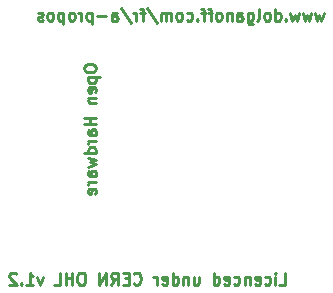
<source format=gbo>
%FSLAX46Y46*%
G04 Gerber Fmt 4.6, Leading zero omitted, Abs format (unit mm)*
G04 Created by KiCad (PCBNEW (2014-10-18 BZR 5203)-product) date 10/11/2014 14:08:34*
%MOMM*%
G01*
G04 APERTURE LIST*
%ADD10C,0.150000*%
%ADD11C,0.247650*%
%ADD12C,0.250000*%
%ADD13C,2.178000*%
%ADD14R,2.178000X2.178000*%
%ADD15R,2.400000X2.400000*%
%ADD16C,2.400000*%
%ADD17R,2.686000X2.178000*%
%ADD18O,2.686000X2.178000*%
G04 APERTURE END LIST*
D10*
D11*
X177096055Y-106846714D02*
X176907369Y-107513381D01*
X176718683Y-107037190D01*
X176529998Y-107513381D01*
X176341312Y-106846714D01*
X176058284Y-106846714D02*
X175869598Y-107513381D01*
X175680912Y-107037190D01*
X175492227Y-107513381D01*
X175303541Y-106846714D01*
X175020513Y-106846714D02*
X174831827Y-107513381D01*
X174643141Y-107037190D01*
X174454456Y-107513381D01*
X174265770Y-106846714D01*
X173888399Y-107418143D02*
X173841227Y-107465762D01*
X173888399Y-107513381D01*
X173935570Y-107465762D01*
X173888399Y-107418143D01*
X173888399Y-107513381D01*
X172992142Y-107513381D02*
X172992142Y-106513381D01*
X172992142Y-107465762D02*
X173086485Y-107513381D01*
X173275171Y-107513381D01*
X173369513Y-107465762D01*
X173416685Y-107418143D01*
X173463856Y-107322905D01*
X173463856Y-107037190D01*
X173416685Y-106941952D01*
X173369513Y-106894333D01*
X173275171Y-106846714D01*
X173086485Y-106846714D01*
X172992142Y-106894333D01*
X172378914Y-107513381D02*
X172473256Y-107465762D01*
X172520428Y-107418143D01*
X172567599Y-107322905D01*
X172567599Y-107037190D01*
X172520428Y-106941952D01*
X172473256Y-106894333D01*
X172378914Y-106846714D01*
X172237399Y-106846714D01*
X172143056Y-106894333D01*
X172095885Y-106941952D01*
X172048714Y-107037190D01*
X172048714Y-107322905D01*
X172095885Y-107418143D01*
X172143056Y-107465762D01*
X172237399Y-107513381D01*
X172378914Y-107513381D01*
X171482657Y-107513381D02*
X171576999Y-107465762D01*
X171624171Y-107370524D01*
X171624171Y-106513381D01*
X170680742Y-106846714D02*
X170680742Y-107656238D01*
X170727913Y-107751476D01*
X170775085Y-107799095D01*
X170869428Y-107846714D01*
X171010942Y-107846714D01*
X171105285Y-107799095D01*
X170680742Y-107465762D02*
X170775085Y-107513381D01*
X170963771Y-107513381D01*
X171058113Y-107465762D01*
X171105285Y-107418143D01*
X171152456Y-107322905D01*
X171152456Y-107037190D01*
X171105285Y-106941952D01*
X171058113Y-106894333D01*
X170963771Y-106846714D01*
X170775085Y-106846714D01*
X170680742Y-106894333D01*
X169784485Y-107513381D02*
X169784485Y-106989571D01*
X169831656Y-106894333D01*
X169925999Y-106846714D01*
X170114685Y-106846714D01*
X170209028Y-106894333D01*
X169784485Y-107465762D02*
X169878828Y-107513381D01*
X170114685Y-107513381D01*
X170209028Y-107465762D01*
X170256199Y-107370524D01*
X170256199Y-107275286D01*
X170209028Y-107180048D01*
X170114685Y-107132429D01*
X169878828Y-107132429D01*
X169784485Y-107084810D01*
X169312771Y-106846714D02*
X169312771Y-107513381D01*
X169312771Y-106941952D02*
X169265599Y-106894333D01*
X169171257Y-106846714D01*
X169029742Y-106846714D01*
X168935399Y-106894333D01*
X168888228Y-106989571D01*
X168888228Y-107513381D01*
X168275000Y-107513381D02*
X168369342Y-107465762D01*
X168416514Y-107418143D01*
X168463685Y-107322905D01*
X168463685Y-107037190D01*
X168416514Y-106941952D01*
X168369342Y-106894333D01*
X168275000Y-106846714D01*
X168133485Y-106846714D01*
X168039142Y-106894333D01*
X167991971Y-106941952D01*
X167944800Y-107037190D01*
X167944800Y-107322905D01*
X167991971Y-107418143D01*
X168039142Y-107465762D01*
X168133485Y-107513381D01*
X168275000Y-107513381D01*
X167661771Y-106846714D02*
X167284400Y-106846714D01*
X167520257Y-107513381D02*
X167520257Y-106656238D01*
X167473085Y-106561000D01*
X167378743Y-106513381D01*
X167284400Y-106513381D01*
X167095714Y-106846714D02*
X166718343Y-106846714D01*
X166954200Y-107513381D02*
X166954200Y-106656238D01*
X166907028Y-106561000D01*
X166812686Y-106513381D01*
X166718343Y-106513381D01*
X166388143Y-107418143D02*
X166340971Y-107465762D01*
X166388143Y-107513381D01*
X166435314Y-107465762D01*
X166388143Y-107418143D01*
X166388143Y-107513381D01*
X165491886Y-107465762D02*
X165586229Y-107513381D01*
X165774915Y-107513381D01*
X165869257Y-107465762D01*
X165916429Y-107418143D01*
X165963600Y-107322905D01*
X165963600Y-107037190D01*
X165916429Y-106941952D01*
X165869257Y-106894333D01*
X165774915Y-106846714D01*
X165586229Y-106846714D01*
X165491886Y-106894333D01*
X164925829Y-107513381D02*
X165020171Y-107465762D01*
X165067343Y-107418143D01*
X165114514Y-107322905D01*
X165114514Y-107037190D01*
X165067343Y-106941952D01*
X165020171Y-106894333D01*
X164925829Y-106846714D01*
X164784314Y-106846714D01*
X164689971Y-106894333D01*
X164642800Y-106941952D01*
X164595629Y-107037190D01*
X164595629Y-107322905D01*
X164642800Y-107418143D01*
X164689971Y-107465762D01*
X164784314Y-107513381D01*
X164925829Y-107513381D01*
X164171086Y-107513381D02*
X164171086Y-106846714D01*
X164171086Y-106941952D02*
X164123914Y-106894333D01*
X164029572Y-106846714D01*
X163888057Y-106846714D01*
X163793714Y-106894333D01*
X163746543Y-106989571D01*
X163746543Y-107513381D01*
X163746543Y-106989571D02*
X163699372Y-106894333D01*
X163605029Y-106846714D01*
X163463514Y-106846714D01*
X163369172Y-106894333D01*
X163322000Y-106989571D01*
X163322000Y-107513381D01*
X162142714Y-106465762D02*
X162991800Y-107751476D01*
X161954029Y-106846714D02*
X161576658Y-106846714D01*
X161812515Y-107513381D02*
X161812515Y-106656238D01*
X161765343Y-106561000D01*
X161671001Y-106513381D01*
X161576658Y-106513381D01*
X161246458Y-107513381D02*
X161246458Y-106846714D01*
X161246458Y-107037190D02*
X161199286Y-106941952D01*
X161152115Y-106894333D01*
X161057772Y-106846714D01*
X160963429Y-106846714D01*
X159925657Y-106465762D02*
X160774743Y-107751476D01*
X159170915Y-107513381D02*
X159170915Y-106989571D01*
X159218086Y-106894333D01*
X159312429Y-106846714D01*
X159501115Y-106846714D01*
X159595458Y-106894333D01*
X159170915Y-107465762D02*
X159265258Y-107513381D01*
X159501115Y-107513381D01*
X159595458Y-107465762D01*
X159642629Y-107370524D01*
X159642629Y-107275286D01*
X159595458Y-107180048D01*
X159501115Y-107132429D01*
X159265258Y-107132429D01*
X159170915Y-107084810D01*
X158699201Y-107132429D02*
X157944458Y-107132429D01*
X157472744Y-106846714D02*
X157472744Y-107846714D01*
X157472744Y-106894333D02*
X157378401Y-106846714D01*
X157189715Y-106846714D01*
X157095372Y-106894333D01*
X157048201Y-106941952D01*
X157001030Y-107037190D01*
X157001030Y-107322905D01*
X157048201Y-107418143D01*
X157095372Y-107465762D01*
X157189715Y-107513381D01*
X157378401Y-107513381D01*
X157472744Y-107465762D01*
X156576487Y-107513381D02*
X156576487Y-106846714D01*
X156576487Y-107037190D02*
X156529315Y-106941952D01*
X156482144Y-106894333D01*
X156387801Y-106846714D01*
X156293458Y-106846714D01*
X155821744Y-107513381D02*
X155916086Y-107465762D01*
X155963258Y-107418143D01*
X156010429Y-107322905D01*
X156010429Y-107037190D01*
X155963258Y-106941952D01*
X155916086Y-106894333D01*
X155821744Y-106846714D01*
X155680229Y-106846714D01*
X155585886Y-106894333D01*
X155538715Y-106941952D01*
X155491544Y-107037190D01*
X155491544Y-107322905D01*
X155538715Y-107418143D01*
X155585886Y-107465762D01*
X155680229Y-107513381D01*
X155821744Y-107513381D01*
X155067001Y-106846714D02*
X155067001Y-107846714D01*
X155067001Y-106894333D02*
X154972658Y-106846714D01*
X154783972Y-106846714D01*
X154689629Y-106894333D01*
X154642458Y-106941952D01*
X154595287Y-107037190D01*
X154595287Y-107322905D01*
X154642458Y-107418143D01*
X154689629Y-107465762D01*
X154783972Y-107513381D01*
X154972658Y-107513381D01*
X155067001Y-107465762D01*
X154029230Y-107513381D02*
X154123572Y-107465762D01*
X154170744Y-107418143D01*
X154217915Y-107322905D01*
X154217915Y-107037190D01*
X154170744Y-106941952D01*
X154123572Y-106894333D01*
X154029230Y-106846714D01*
X153887715Y-106846714D01*
X153793372Y-106894333D01*
X153746201Y-106941952D01*
X153699030Y-107037190D01*
X153699030Y-107322905D01*
X153746201Y-107418143D01*
X153793372Y-107465762D01*
X153887715Y-107513381D01*
X154029230Y-107513381D01*
X153321658Y-107465762D02*
X153227315Y-107513381D01*
X153038630Y-107513381D01*
X152944287Y-107465762D01*
X152897115Y-107370524D01*
X152897115Y-107322905D01*
X152944287Y-107227667D01*
X153038630Y-107180048D01*
X153180144Y-107180048D01*
X153274487Y-107132429D01*
X153321658Y-107037190D01*
X153321658Y-106989571D01*
X153274487Y-106894333D01*
X153180144Y-106846714D01*
X153038630Y-106846714D01*
X152944287Y-106894333D01*
D12*
X156805381Y-111451094D02*
X156805381Y-111641571D01*
X156853000Y-111736809D01*
X156948238Y-111832047D01*
X157138714Y-111879666D01*
X157472048Y-111879666D01*
X157662524Y-111832047D01*
X157757762Y-111736809D01*
X157805381Y-111641571D01*
X157805381Y-111451094D01*
X157757762Y-111355856D01*
X157662524Y-111260618D01*
X157472048Y-111212999D01*
X157138714Y-111212999D01*
X156948238Y-111260618D01*
X156853000Y-111355856D01*
X156805381Y-111451094D01*
X157138714Y-112308237D02*
X158138714Y-112308237D01*
X157186333Y-112308237D02*
X157138714Y-112403475D01*
X157138714Y-112593952D01*
X157186333Y-112689190D01*
X157233952Y-112736809D01*
X157329190Y-112784428D01*
X157614905Y-112784428D01*
X157710143Y-112736809D01*
X157757762Y-112689190D01*
X157805381Y-112593952D01*
X157805381Y-112403475D01*
X157757762Y-112308237D01*
X157757762Y-113593952D02*
X157805381Y-113498714D01*
X157805381Y-113308237D01*
X157757762Y-113212999D01*
X157662524Y-113165380D01*
X157281571Y-113165380D01*
X157186333Y-113212999D01*
X157138714Y-113308237D01*
X157138714Y-113498714D01*
X157186333Y-113593952D01*
X157281571Y-113641571D01*
X157376810Y-113641571D01*
X157472048Y-113165380D01*
X157138714Y-114070142D02*
X157805381Y-114070142D01*
X157233952Y-114070142D02*
X157186333Y-114117761D01*
X157138714Y-114212999D01*
X157138714Y-114355857D01*
X157186333Y-114451095D01*
X157281571Y-114498714D01*
X157805381Y-114498714D01*
X157805381Y-115736809D02*
X156805381Y-115736809D01*
X157281571Y-115736809D02*
X157281571Y-116308238D01*
X157805381Y-116308238D02*
X156805381Y-116308238D01*
X157805381Y-117213000D02*
X157281571Y-117213000D01*
X157186333Y-117165381D01*
X157138714Y-117070143D01*
X157138714Y-116879666D01*
X157186333Y-116784428D01*
X157757762Y-117213000D02*
X157805381Y-117117762D01*
X157805381Y-116879666D01*
X157757762Y-116784428D01*
X157662524Y-116736809D01*
X157567286Y-116736809D01*
X157472048Y-116784428D01*
X157424429Y-116879666D01*
X157424429Y-117117762D01*
X157376810Y-117213000D01*
X157805381Y-117689190D02*
X157138714Y-117689190D01*
X157329190Y-117689190D02*
X157233952Y-117736809D01*
X157186333Y-117784428D01*
X157138714Y-117879666D01*
X157138714Y-117974905D01*
X157805381Y-118736810D02*
X156805381Y-118736810D01*
X157757762Y-118736810D02*
X157805381Y-118641572D01*
X157805381Y-118451095D01*
X157757762Y-118355857D01*
X157710143Y-118308238D01*
X157614905Y-118260619D01*
X157329190Y-118260619D01*
X157233952Y-118308238D01*
X157186333Y-118355857D01*
X157138714Y-118451095D01*
X157138714Y-118641572D01*
X157186333Y-118736810D01*
X157138714Y-119117762D02*
X157805381Y-119308238D01*
X157329190Y-119498715D01*
X157805381Y-119689191D01*
X157138714Y-119879667D01*
X157805381Y-120689191D02*
X157281571Y-120689191D01*
X157186333Y-120641572D01*
X157138714Y-120546334D01*
X157138714Y-120355857D01*
X157186333Y-120260619D01*
X157757762Y-120689191D02*
X157805381Y-120593953D01*
X157805381Y-120355857D01*
X157757762Y-120260619D01*
X157662524Y-120213000D01*
X157567286Y-120213000D01*
X157472048Y-120260619D01*
X157424429Y-120355857D01*
X157424429Y-120593953D01*
X157376810Y-120689191D01*
X157805381Y-121165381D02*
X157138714Y-121165381D01*
X157329190Y-121165381D02*
X157233952Y-121213000D01*
X157186333Y-121260619D01*
X157138714Y-121355857D01*
X157138714Y-121451096D01*
X157757762Y-122165382D02*
X157805381Y-122070144D01*
X157805381Y-121879667D01*
X157757762Y-121784429D01*
X157662524Y-121736810D01*
X157281571Y-121736810D01*
X157186333Y-121784429D01*
X157138714Y-121879667D01*
X157138714Y-122070144D01*
X157186333Y-122165382D01*
X157281571Y-122213001D01*
X157376810Y-122213001D01*
X157472048Y-121736810D01*
X173345667Y-129865381D02*
X173821858Y-129865381D01*
X173821858Y-128865381D01*
X173012334Y-129865381D02*
X173012334Y-129198714D01*
X173012334Y-128865381D02*
X173059953Y-128913000D01*
X173012334Y-128960619D01*
X172964715Y-128913000D01*
X173012334Y-128865381D01*
X173012334Y-128960619D01*
X172107572Y-129817762D02*
X172202810Y-129865381D01*
X172393287Y-129865381D01*
X172488525Y-129817762D01*
X172536144Y-129770143D01*
X172583763Y-129674905D01*
X172583763Y-129389190D01*
X172536144Y-129293952D01*
X172488525Y-129246333D01*
X172393287Y-129198714D01*
X172202810Y-129198714D01*
X172107572Y-129246333D01*
X171298048Y-129817762D02*
X171393286Y-129865381D01*
X171583763Y-129865381D01*
X171679001Y-129817762D01*
X171726620Y-129722524D01*
X171726620Y-129341571D01*
X171679001Y-129246333D01*
X171583763Y-129198714D01*
X171393286Y-129198714D01*
X171298048Y-129246333D01*
X171250429Y-129341571D01*
X171250429Y-129436810D01*
X171726620Y-129532048D01*
X170821858Y-129198714D02*
X170821858Y-129865381D01*
X170821858Y-129293952D02*
X170774239Y-129246333D01*
X170679001Y-129198714D01*
X170536143Y-129198714D01*
X170440905Y-129246333D01*
X170393286Y-129341571D01*
X170393286Y-129865381D01*
X169488524Y-129817762D02*
X169583762Y-129865381D01*
X169774239Y-129865381D01*
X169869477Y-129817762D01*
X169917096Y-129770143D01*
X169964715Y-129674905D01*
X169964715Y-129389190D01*
X169917096Y-129293952D01*
X169869477Y-129246333D01*
X169774239Y-129198714D01*
X169583762Y-129198714D01*
X169488524Y-129246333D01*
X168679000Y-129817762D02*
X168774238Y-129865381D01*
X168964715Y-129865381D01*
X169059953Y-129817762D01*
X169107572Y-129722524D01*
X169107572Y-129341571D01*
X169059953Y-129246333D01*
X168964715Y-129198714D01*
X168774238Y-129198714D01*
X168679000Y-129246333D01*
X168631381Y-129341571D01*
X168631381Y-129436810D01*
X169107572Y-129532048D01*
X167774238Y-129865381D02*
X167774238Y-128865381D01*
X167774238Y-129817762D02*
X167869476Y-129865381D01*
X168059953Y-129865381D01*
X168155191Y-129817762D01*
X168202810Y-129770143D01*
X168250429Y-129674905D01*
X168250429Y-129389190D01*
X168202810Y-129293952D01*
X168155191Y-129246333D01*
X168059953Y-129198714D01*
X167869476Y-129198714D01*
X167774238Y-129246333D01*
X166107571Y-129198714D02*
X166107571Y-129865381D01*
X166536143Y-129198714D02*
X166536143Y-129722524D01*
X166488524Y-129817762D01*
X166393286Y-129865381D01*
X166250428Y-129865381D01*
X166155190Y-129817762D01*
X166107571Y-129770143D01*
X165631381Y-129198714D02*
X165631381Y-129865381D01*
X165631381Y-129293952D02*
X165583762Y-129246333D01*
X165488524Y-129198714D01*
X165345666Y-129198714D01*
X165250428Y-129246333D01*
X165202809Y-129341571D01*
X165202809Y-129865381D01*
X164298047Y-129865381D02*
X164298047Y-128865381D01*
X164298047Y-129817762D02*
X164393285Y-129865381D01*
X164583762Y-129865381D01*
X164679000Y-129817762D01*
X164726619Y-129770143D01*
X164774238Y-129674905D01*
X164774238Y-129389190D01*
X164726619Y-129293952D01*
X164679000Y-129246333D01*
X164583762Y-129198714D01*
X164393285Y-129198714D01*
X164298047Y-129246333D01*
X163440904Y-129817762D02*
X163536142Y-129865381D01*
X163726619Y-129865381D01*
X163821857Y-129817762D01*
X163869476Y-129722524D01*
X163869476Y-129341571D01*
X163821857Y-129246333D01*
X163726619Y-129198714D01*
X163536142Y-129198714D01*
X163440904Y-129246333D01*
X163393285Y-129341571D01*
X163393285Y-129436810D01*
X163869476Y-129532048D01*
X162964714Y-129865381D02*
X162964714Y-129198714D01*
X162964714Y-129389190D02*
X162917095Y-129293952D01*
X162869476Y-129246333D01*
X162774238Y-129198714D01*
X162678999Y-129198714D01*
X161012332Y-129770143D02*
X161059951Y-129817762D01*
X161202808Y-129865381D01*
X161298046Y-129865381D01*
X161440904Y-129817762D01*
X161536142Y-129722524D01*
X161583761Y-129627286D01*
X161631380Y-129436810D01*
X161631380Y-129293952D01*
X161583761Y-129103476D01*
X161536142Y-129008238D01*
X161440904Y-128913000D01*
X161298046Y-128865381D01*
X161202808Y-128865381D01*
X161059951Y-128913000D01*
X161012332Y-128960619D01*
X160583761Y-129341571D02*
X160250427Y-129341571D01*
X160107570Y-129865381D02*
X160583761Y-129865381D01*
X160583761Y-128865381D01*
X160107570Y-128865381D01*
X159107570Y-129865381D02*
X159440904Y-129389190D01*
X159678999Y-129865381D02*
X159678999Y-128865381D01*
X159298046Y-128865381D01*
X159202808Y-128913000D01*
X159155189Y-128960619D01*
X159107570Y-129055857D01*
X159107570Y-129198714D01*
X159155189Y-129293952D01*
X159202808Y-129341571D01*
X159298046Y-129389190D01*
X159678999Y-129389190D01*
X158678999Y-129865381D02*
X158678999Y-128865381D01*
X158107570Y-129865381D01*
X158107570Y-128865381D01*
X156678999Y-128865381D02*
X156488522Y-128865381D01*
X156393284Y-128913000D01*
X156298046Y-129008238D01*
X156250427Y-129198714D01*
X156250427Y-129532048D01*
X156298046Y-129722524D01*
X156393284Y-129817762D01*
X156488522Y-129865381D01*
X156678999Y-129865381D01*
X156774237Y-129817762D01*
X156869475Y-129722524D01*
X156917094Y-129532048D01*
X156917094Y-129198714D01*
X156869475Y-129008238D01*
X156774237Y-128913000D01*
X156678999Y-128865381D01*
X155821856Y-129865381D02*
X155821856Y-128865381D01*
X155821856Y-129341571D02*
X155250427Y-129341571D01*
X155250427Y-129865381D02*
X155250427Y-128865381D01*
X154298046Y-129865381D02*
X154774237Y-129865381D01*
X154774237Y-128865381D01*
X153298046Y-129198714D02*
X153059951Y-129865381D01*
X152821855Y-129198714D01*
X151917093Y-129865381D02*
X152488522Y-129865381D01*
X152202808Y-129865381D02*
X152202808Y-128865381D01*
X152298046Y-129008238D01*
X152393284Y-129103476D01*
X152488522Y-129151095D01*
X151488522Y-129770143D02*
X151440903Y-129817762D01*
X151488522Y-129865381D01*
X151536141Y-129817762D01*
X151488522Y-129770143D01*
X151488522Y-129865381D01*
X151059951Y-128960619D02*
X151012332Y-128913000D01*
X150917094Y-128865381D01*
X150678998Y-128865381D01*
X150583760Y-128913000D01*
X150536141Y-128960619D01*
X150488522Y-129055857D01*
X150488522Y-129151095D01*
X150536141Y-129293952D01*
X151107570Y-129865381D01*
X150488522Y-129865381D01*
%LPC*%
D13*
X147701000Y-113665000D03*
X147701000Y-108585000D03*
X147701000Y-122301000D03*
X147701000Y-127381000D03*
X164211000Y-123063000D03*
X169291000Y-123063000D03*
X150495000Y-127381000D03*
X150495000Y-122301000D03*
X164211000Y-120015000D03*
X169291000Y-120015000D03*
D14*
X174625000Y-126873000D03*
D13*
X172085000Y-126873000D03*
D14*
X182499000Y-117729000D03*
D13*
X185039000Y-117729000D03*
D14*
X179959000Y-126873000D03*
D13*
X177419000Y-126873000D03*
D14*
X175387000Y-111887000D03*
D13*
X175387000Y-109347000D03*
X164719000Y-109347000D03*
X169799000Y-109347000D03*
X153543000Y-120015000D03*
X161163000Y-120015000D03*
X171577000Y-111887000D03*
X163957000Y-111887000D03*
X163957000Y-116967000D03*
X171577000Y-116967000D03*
X161163000Y-123063000D03*
X153543000Y-123063000D03*
X179197000Y-118491000D03*
X179197000Y-110871000D03*
X174117000Y-115189000D03*
X174117000Y-122809000D03*
X176657000Y-122809000D03*
X176657000Y-115189000D03*
X163957000Y-114427000D03*
X171577000Y-114427000D03*
X150495000Y-109347000D03*
X150495000Y-116967000D03*
D15*
X168783000Y-127127000D03*
D16*
X166243000Y-127127000D03*
X163703000Y-127127000D03*
D15*
X159639000Y-127127000D03*
D16*
X157099000Y-127127000D03*
X154559000Y-127127000D03*
D15*
X146685000Y-119253000D03*
D16*
X146685000Y-116713000D03*
D15*
X183769000Y-124587000D03*
D16*
X183769000Y-122047000D03*
D15*
X183769000Y-113411000D03*
D16*
X183769000Y-110871000D03*
D17*
X153543000Y-109347000D03*
D18*
X153543000Y-111887000D03*
X153543000Y-114427000D03*
X153543000Y-116967000D03*
X161163000Y-116967000D03*
X161163000Y-114427000D03*
X161163000Y-111887000D03*
X161163000Y-109347000D03*
M02*

</source>
